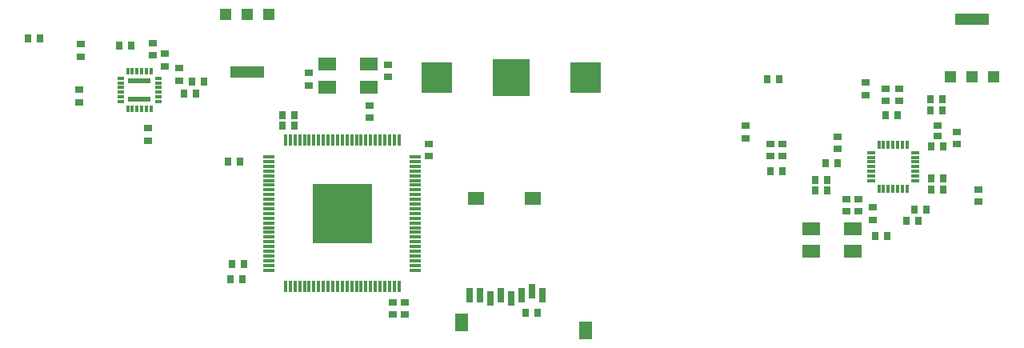
<source format=gtp>
G75*
%MOIN*%
%OFA0B0*%
%FSLAX25Y25*%
%IPPOS*%
%LPD*%
%AMOC8*
5,1,8,0,0,1.08239X$1,22.5*
%
%ADD10R,0.03740X0.01181*%
%ADD11R,0.01181X0.03740*%
%ADD12R,0.02756X0.03543*%
%ADD13R,0.03543X0.02756*%
%ADD14R,0.05118X0.05118*%
%ADD15R,0.14173X0.05118*%
%ADD16R,0.01181X0.04724*%
%ADD17R,0.04724X0.01181*%
%ADD18R,0.25000X0.25000*%
%ADD19R,0.03228X0.02717*%
%ADD20R,0.01181X0.03150*%
%ADD21R,0.03150X0.01181*%
%ADD22R,0.09449X0.01969*%
%ADD23R,0.07480X0.05512*%
%ADD24R,0.15600X0.15600*%
%ADD25R,0.12500X0.12500*%
%ADD26R,0.05512X0.07480*%
%ADD27R,0.07087X0.05512*%
%ADD28R,0.02756X0.05906*%
D10*
X0373891Y0087963D03*
X0373891Y0089932D03*
X0373891Y0091900D03*
X0373891Y0093869D03*
X0373891Y0095837D03*
X0373891Y0097806D03*
X0373891Y0099774D03*
X0392316Y0099774D03*
X0392316Y0097806D03*
X0392316Y0095837D03*
X0392316Y0093869D03*
X0392316Y0091900D03*
X0392316Y0089932D03*
X0392316Y0087963D03*
D11*
X0389009Y0084656D03*
X0387041Y0084656D03*
X0385072Y0084656D03*
X0383104Y0084656D03*
X0381135Y0084656D03*
X0379167Y0084656D03*
X0377198Y0084656D03*
X0377198Y0103081D03*
X0379167Y0103081D03*
X0381135Y0103081D03*
X0383104Y0103081D03*
X0385072Y0103081D03*
X0387041Y0103081D03*
X0389009Y0103081D03*
D12*
X0107045Y0046869D03*
X0112163Y0046869D03*
X0112663Y0053369D03*
X0107545Y0053369D03*
X0106045Y0095869D03*
X0111163Y0095869D03*
X0128545Y0110869D03*
X0133663Y0110869D03*
X0133663Y0115369D03*
X0128545Y0115369D03*
X0096163Y0129369D03*
X0091045Y0129369D03*
X0092663Y0124369D03*
X0087545Y0124369D03*
X0065663Y0144369D03*
X0060545Y0144369D03*
X0027663Y0147369D03*
X0022545Y0147369D03*
X0230045Y0032869D03*
X0235163Y0032869D03*
X0350545Y0083869D03*
X0355663Y0083869D03*
X0355663Y0088369D03*
X0350545Y0088369D03*
X0337163Y0091869D03*
X0332045Y0091869D03*
X0355045Y0095369D03*
X0360163Y0095369D03*
X0399045Y0088869D03*
X0404163Y0088869D03*
X0404163Y0084369D03*
X0399045Y0084369D03*
X0397163Y0075869D03*
X0392045Y0075869D03*
X0393663Y0071369D03*
X0388545Y0071369D03*
X0380663Y0064869D03*
X0375545Y0064869D03*
X0399045Y0102369D03*
X0404163Y0102369D03*
X0385163Y0115369D03*
X0380045Y0115369D03*
X0398545Y0117369D03*
X0403663Y0117369D03*
X0403663Y0121869D03*
X0398545Y0121869D03*
X0335663Y0130369D03*
X0330545Y0130369D03*
D13*
X0371604Y0128928D03*
X0380104Y0126428D03*
X0385604Y0126428D03*
X0385604Y0121310D03*
X0380104Y0121310D03*
X0371604Y0123810D03*
X0409604Y0108428D03*
X0409604Y0103310D03*
X0418604Y0084428D03*
X0418604Y0079310D03*
X0374604Y0076928D03*
X0368604Y0075310D03*
X0363604Y0075310D03*
X0374604Y0071810D03*
X0368604Y0080428D03*
X0363604Y0080428D03*
X0337104Y0098310D03*
X0332104Y0098310D03*
X0332104Y0103428D03*
X0337104Y0103428D03*
X0321604Y0105810D03*
X0321604Y0110928D03*
X0360104Y0106428D03*
X0360104Y0101310D03*
X0189604Y0103428D03*
X0189604Y0098310D03*
X0165104Y0114310D03*
X0165104Y0119428D03*
X0172604Y0131310D03*
X0172604Y0136428D03*
X0139604Y0132928D03*
X0139604Y0127810D03*
X0085604Y0129810D03*
X0085604Y0134928D03*
X0079604Y0135810D03*
X0079604Y0140928D03*
X0074604Y0140310D03*
X0074604Y0145428D03*
X0044604Y0144928D03*
X0044604Y0139810D03*
X0044104Y0125928D03*
X0044104Y0120810D03*
X0072604Y0109928D03*
X0072604Y0104810D03*
X0174604Y0037428D03*
X0179604Y0037428D03*
X0179604Y0032310D03*
X0174604Y0032310D03*
D14*
X0407049Y0131361D03*
X0416104Y0131361D03*
X0425159Y0131361D03*
X0123159Y0157377D03*
X0114104Y0157377D03*
X0105049Y0157377D03*
D15*
X0114104Y0133361D03*
X0416104Y0155377D03*
D16*
X0177226Y0104881D03*
X0175257Y0104881D03*
X0173289Y0104881D03*
X0171320Y0104881D03*
X0169352Y0104881D03*
X0167383Y0104881D03*
X0165415Y0104881D03*
X0163446Y0104881D03*
X0161478Y0104881D03*
X0159509Y0104881D03*
X0157541Y0104881D03*
X0155572Y0104881D03*
X0153604Y0104881D03*
X0151635Y0104881D03*
X0149667Y0104881D03*
X0147698Y0104881D03*
X0145730Y0104881D03*
X0143761Y0104881D03*
X0141793Y0104881D03*
X0139824Y0104881D03*
X0137856Y0104881D03*
X0135887Y0104881D03*
X0133919Y0104881D03*
X0131950Y0104881D03*
X0129982Y0104881D03*
X0129982Y0043857D03*
X0131950Y0043857D03*
X0133919Y0043857D03*
X0135887Y0043857D03*
X0137856Y0043857D03*
X0139824Y0043857D03*
X0141793Y0043857D03*
X0143761Y0043857D03*
X0145730Y0043857D03*
X0147698Y0043857D03*
X0149667Y0043857D03*
X0151635Y0043857D03*
X0153604Y0043857D03*
X0155572Y0043857D03*
X0157541Y0043857D03*
X0159509Y0043857D03*
X0161478Y0043857D03*
X0163446Y0043857D03*
X0165415Y0043857D03*
X0167383Y0043857D03*
X0169352Y0043857D03*
X0171320Y0043857D03*
X0173289Y0043857D03*
X0175257Y0043857D03*
X0177226Y0043857D03*
D17*
X0184115Y0050747D03*
X0184115Y0052715D03*
X0184115Y0054684D03*
X0184115Y0056652D03*
X0184115Y0058621D03*
X0184115Y0060589D03*
X0184115Y0062558D03*
X0184115Y0064526D03*
X0184115Y0066495D03*
X0184115Y0068463D03*
X0184115Y0070432D03*
X0184115Y0072400D03*
X0184115Y0074369D03*
X0184115Y0076337D03*
X0184115Y0078306D03*
X0184115Y0080274D03*
X0184115Y0082243D03*
X0184115Y0084211D03*
X0184115Y0086180D03*
X0184115Y0088148D03*
X0184115Y0090117D03*
X0184115Y0092085D03*
X0184115Y0094054D03*
X0184115Y0096022D03*
X0184115Y0097991D03*
X0123092Y0098054D03*
X0123092Y0096022D03*
X0123092Y0093991D03*
X0123092Y0092085D03*
X0123092Y0090117D03*
X0123092Y0088148D03*
X0123092Y0086180D03*
X0123092Y0084211D03*
X0123092Y0082243D03*
X0123092Y0080274D03*
X0123092Y0078306D03*
X0123092Y0076337D03*
X0123092Y0074369D03*
X0123092Y0072400D03*
X0123092Y0070432D03*
X0123092Y0068463D03*
X0123092Y0066495D03*
X0123092Y0064526D03*
X0123092Y0062558D03*
X0123092Y0060589D03*
X0123092Y0058621D03*
X0123092Y0056652D03*
X0123092Y0054684D03*
X0123092Y0052715D03*
X0123092Y0050747D03*
D18*
X0153604Y0074369D03*
D19*
X0401604Y0106782D03*
X0401604Y0110955D03*
D20*
X0074025Y0117995D03*
X0072056Y0117995D03*
X0070088Y0117995D03*
X0068119Y0117995D03*
X0066151Y0117995D03*
X0064182Y0117995D03*
X0064182Y0133743D03*
X0066151Y0133743D03*
X0068119Y0133743D03*
X0070088Y0133743D03*
X0072056Y0133743D03*
X0074025Y0133743D03*
D21*
X0076978Y0130790D03*
X0076978Y0128821D03*
X0076978Y0126853D03*
X0076978Y0124884D03*
X0076978Y0122916D03*
X0076978Y0120947D03*
X0061230Y0120947D03*
X0061230Y0122916D03*
X0061230Y0124884D03*
X0061230Y0126853D03*
X0061230Y0128821D03*
X0061230Y0130790D03*
D22*
X0069104Y0129806D03*
X0069104Y0121932D03*
D23*
X0147442Y0127144D03*
X0164765Y0127144D03*
X0164765Y0136593D03*
X0147442Y0136593D03*
X0348942Y0068093D03*
X0366265Y0068093D03*
X0366265Y0058644D03*
X0348942Y0058644D03*
D24*
X0224104Y0130869D03*
D25*
X0255104Y0130869D03*
X0193104Y0130869D03*
D26*
X0203178Y0029062D03*
X0255147Y0025518D03*
D27*
X0233100Y0080636D03*
X0209478Y0080636D03*
D28*
X0232706Y0042054D03*
X0228375Y0040479D03*
X0224045Y0038904D03*
X0219714Y0040479D03*
X0215383Y0038904D03*
X0211052Y0040479D03*
X0206722Y0040479D03*
X0237037Y0040479D03*
M02*

</source>
